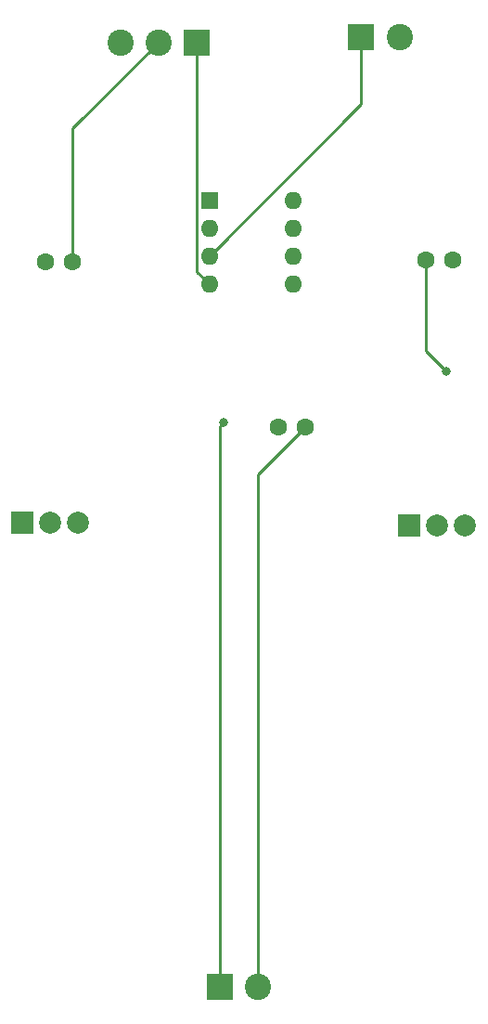
<source format=gbr>
%TF.GenerationSoftware,KiCad,Pcbnew,7.0.2-0*%
%TF.CreationDate,2024-01-04T17:04:27-05:00*%
%TF.ProjectId,AudioAmplifier,41756469-6f41-46d7-906c-69666965722e,rev?*%
%TF.SameCoordinates,Original*%
%TF.FileFunction,Copper,L2,Bot*%
%TF.FilePolarity,Positive*%
%FSLAX46Y46*%
G04 Gerber Fmt 4.6, Leading zero omitted, Abs format (unit mm)*
G04 Created by KiCad (PCBNEW 7.0.2-0) date 2024-01-04 17:04:27*
%MOMM*%
%LPD*%
G01*
G04 APERTURE LIST*
%TA.AperFunction,ComponentPad*%
%ADD10R,1.600000X1.600000*%
%TD*%
%TA.AperFunction,ComponentPad*%
%ADD11O,1.600000X1.600000*%
%TD*%
%TA.AperFunction,ComponentPad*%
%ADD12C,1.600000*%
%TD*%
%TA.AperFunction,ComponentPad*%
%ADD13R,2.010000X2.010000*%
%TD*%
%TA.AperFunction,ComponentPad*%
%ADD14C,2.010000*%
%TD*%
%TA.AperFunction,ComponentPad*%
%ADD15R,2.400000X2.400000*%
%TD*%
%TA.AperFunction,ComponentPad*%
%ADD16C,2.400000*%
%TD*%
%TA.AperFunction,ViaPad*%
%ADD17C,0.800000*%
%TD*%
%TA.AperFunction,Conductor*%
%ADD18C,0.250000*%
%TD*%
G04 APERTURE END LIST*
D10*
%TO.P,J2,1,Pin_1*%
%TO.N,/1-Out*%
X151038400Y-70774400D03*
D11*
%TO.P,J2,2,Pin_2*%
%TO.N,Net-(J2-Pin_2)*%
X151038400Y-73314400D03*
%TO.P,J2,3,Pin_3*%
%TO.N,/AudIn*%
X151038400Y-75854400D03*
%TO.P,J2,4,Pin_4*%
%TO.N,/-12V*%
X151038400Y-78394400D03*
%TO.P,J2,5,Pin_5*%
%TO.N,unconnected-(J2-Pin_5-Pad5)*%
X158658400Y-78394400D03*
%TO.P,J2,6,Pin_6*%
%TO.N,unconnected-(J2-Pin_6-Pad6)*%
X158658400Y-75854400D03*
%TO.P,J2,7,Pin_7*%
%TO.N,unconnected-(J2-Pin_7-Pad7)*%
X158658400Y-73314400D03*
%TO.P,J2,8,Pin_8*%
%TO.N,/+12V*%
X158658400Y-70774400D03*
%TD*%
D12*
%TO.P,C3,1*%
%TO.N,/+12V*%
X136082400Y-76352400D03*
%TO.P,C3,2*%
%TO.N,/GND*%
X138582400Y-76352400D03*
%TD*%
D13*
%TO.P,Q3,1,B*%
%TO.N,Net-(BR1-A)*%
X169316400Y-100380800D03*
D14*
%TO.P,Q3,2,C*%
%TO.N,/-12V*%
X171856400Y-100380800D03*
%TO.P,Q3,3,E*%
%TO.N,Net-(Q3-E)*%
X174396400Y-100380800D03*
%TD*%
D12*
%TO.P,C2,1*%
%TO.N,/-12V*%
X170789600Y-76200000D03*
%TO.P,C2,2*%
%TO.N,/GND*%
X173289600Y-76200000D03*
%TD*%
%TO.P,C1,1*%
%TO.N,/GND*%
X159816800Y-91389200D03*
%TO.P,C1,2*%
%TO.N,Net-(C1-Pad2)*%
X157316800Y-91389200D03*
%TD*%
D13*
%TO.P,Q1,1,B*%
%TO.N,Net-(BR2-K)*%
X134010400Y-100177600D03*
D14*
%TO.P,Q1,2,C*%
%TO.N,/+12V*%
X136550400Y-100177600D03*
%TO.P,Q1,3,E*%
%TO.N,Net-(Q1-E)*%
X139090400Y-100177600D03*
%TD*%
D15*
%TO.P,J3,1,Pin_1*%
%TO.N,/AudIn*%
X164902000Y-55880000D03*
D16*
%TO.P,J3,2,Pin_2*%
%TO.N,/GND*%
X168402000Y-55880000D03*
%TD*%
D15*
%TO.P,J1,1,Pin_1*%
%TO.N,/-12V*%
X149910800Y-56337200D03*
D16*
%TO.P,J1,2,Pin_2*%
%TO.N,/GND*%
X146410800Y-56337200D03*
%TO.P,J1,3,Pin_3*%
%TO.N,/+12V*%
X142910800Y-56337200D03*
%TD*%
D15*
%TO.P,J4,1,Pin_1*%
%TO.N,Net-(J4-Pin_1)*%
X151998800Y-142443200D03*
D16*
%TO.P,J4,2,Pin_2*%
%TO.N,/GND*%
X155498800Y-142443200D03*
%TD*%
D17*
%TO.N,/-12V*%
X172669200Y-86360000D03*
%TO.N,Net-(J4-Pin_1)*%
X152349200Y-90982800D03*
%TD*%
D18*
%TO.N,/GND*%
X138582400Y-64165600D02*
X146410800Y-56337200D01*
X138582400Y-76352400D02*
X138582400Y-64165600D01*
X155498800Y-95707200D02*
X159816800Y-91389200D01*
X155498800Y-142443200D02*
X155498800Y-95707200D01*
%TO.N,/-12V*%
X149910800Y-56337200D02*
X149910800Y-77266800D01*
X149910800Y-77266800D02*
X151038400Y-78394400D01*
X170789600Y-84480400D02*
X172669200Y-86360000D01*
X170789600Y-76200000D02*
X170789600Y-84480400D01*
%TO.N,/AudIn*%
X164902000Y-61990800D02*
X151038400Y-75854400D01*
X164902000Y-55880000D02*
X164902000Y-61990800D01*
%TO.N,Net-(J4-Pin_1)*%
X152349200Y-90982800D02*
X151998800Y-91333200D01*
X151998800Y-91333200D02*
X151998800Y-142443200D01*
%TD*%
M02*

</source>
